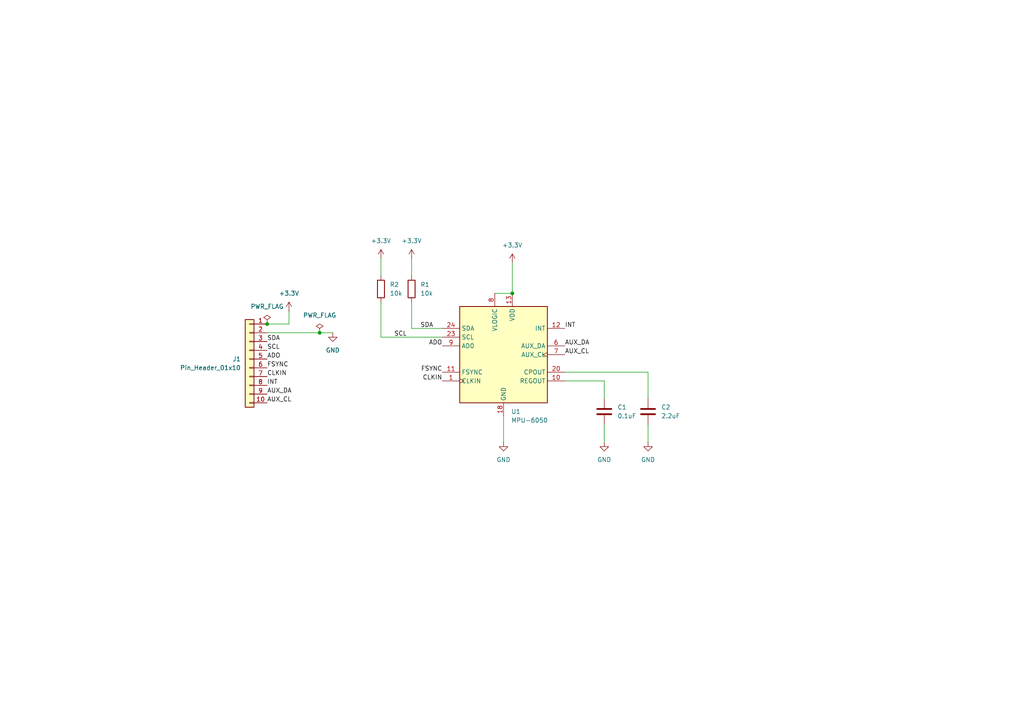
<source format=kicad_sch>
(kicad_sch (version 20231120) (generator "eeschema") (generator_version "8.0")
  (paper "A4")
  (lib_symbols
    (symbol "Capacitor:C_0.1uF_Unpolarized" (pin_numbers hide) (pin_names (offset 0.254))
      (property "Reference" "C" (at 0.635 2.54 0))
      (property "Value" "0.1uF" (at 0.635 -2.54 0))
      (symbol "C_0.1uF_Unpolarized_0_1"
        (polyline (pts (xy -2.032 -0.762) (xy 2.032 -0.762)) (stroke (width 0.508)))
        (polyline (pts (xy -2.032 0.762) (xy 2.032 0.762)) (stroke (width 0.508)))
      )
      (symbol "C_0.1uF_Unpolarized_1_1"
        (pin passive line (at 0 3.81 270) (length 2.794) (name "~") (number "1"))
        (pin passive line (at 0 -3.81 90) (length 2.794) (name "~") (number "2"))
      )
    )
    (symbol "Capacitor:C_2.2uF_Unpolarized" (pin_numbers hide) (pin_names (offset 0.254))
      (property "Reference" "C" (at 0.635 2.54 0))
      (property "Value" "2.2uF" (at 0.635 -2.54 0))
      (symbol "C_2.2uF_Unpolarized_0_1"
        (polyline (pts (xy -2.032 -0.762) (xy 2.032 -0.762)) (stroke (width 0.508)))
        (polyline (pts (xy -2.032 0.762) (xy 2.032 0.762)) (stroke (width 0.508)))
      )
      (symbol "C_2.2uF_Unpolarized_1_1"
        (pin passive line (at 0 3.81 270) (length 2.794) (name "~") (number "1"))
        (pin passive line (at 0 -3.81 90) (length 2.794) (name "~") (number "2"))
      )
    )
    (symbol "MPU6050_symbol:MPU-6050"
      (property "Reference" "U" (at -11.43 13.97 0))
      (property "Value" "MPU-6050" (at 7.62 -15.24 0))
      (symbol "MPU-6050_0_0"
        (text "" (at 12.7 -2.54 0) (effects (font (size 1.27 1.27))))
      )
      (symbol "MPU-6050_0_1"
        (rectangle (start -12.7 13.97) (end 12.7 -13.97) (stroke (width 0.254)) (fill (type background)))
      )
      (symbol "MPU-6050_1_1"
        (pin input clock (at -17.78 -7.62 0) (length 5.08) (name "CLKIN") (number "1"))
        (pin passive line (at 17.78 -7.62 180) (length 5.08) (name "REGOUT") (number "10"))
        (pin input line (at -17.78 -5.08 0) (length 5.08) (name "FSYNC") (number "11"))
        (pin output line (at 17.78 7.62 180) (length 5.08) (name "INT") (number "12"))
        (pin power_in line (at 2.54 17.78 270) (length 3.81) (name "VDD") (number "13"))
        (pin no_connect line (at -12.7 -10.16 0) (length 2.54) hide (name "NC") (number "14"))
        (pin no_connect line (at 12.7 12.7 180) (length 2.54) hide (name "NC") (number "15"))
        (pin no_connect line (at 12.7 10.16 180) (length 2.54) hide (name "NC") (number "16"))
        (pin no_connect line (at 12.7 5.08 180) (length 2.54) hide (name "NC") (number "17"))
        (pin power_in line (at 0 -17.78 90) (length 3.81) (name "GND") (number "18"))
        (pin no_connect line (at 12.7 -10.16 180) (length 2.54) hide (name "RESV") (number "19"))
        (pin no_connect line (at -12.7 12.7 0) (length 2.54) hide (name "NC") (number "2"))
        (pin passive line (at 17.78 -5.08 180) (length 5.08) (name "CPOUT") (number "20"))
        (pin no_connect line (at 12.7 -2.54 180) (length 2.54) hide (name "RESV") (number "21"))
        (pin no_connect line (at 12.7 -12.7 180) (length 2.54) hide (name "RESV") (number "22"))
        (pin input line (at -17.78 5.08 0) (length 5.08) (name "SCL") (number "23"))
        (pin bidirectional line (at -17.78 7.62 0) (length 5.08) (name "SDA") (number "24"))
        (pin no_connect line (at -12.7 10.16 0) (length 2.54) hide (name "NC") (number "3"))
        (pin no_connect line (at -12.7 0 0) (length 2.54) hide (name "NC") (number "4"))
        (pin no_connect line (at -12.7 -2.54 0) (length 2.54) hide (name "NC") (number "5"))
        (pin bidirectional line (at 17.78 2.54 180) (length 5.08) (name "AUX_DA") (number "6"))
        (pin output clock (at 17.78 0 180) (length 5.08) (name "AUX_CL") (number "7"))
        (pin power_in line (at -2.54 17.78 270) (length 3.81) (name "VLOGIC") (number "8"))
        (pin input line (at -17.78 2.54 0) (length 5.08) (name "AD0") (number "9"))
      )
    )
    (symbol "Pin_Header_1x10:Pin_Header_01x10" (pin_names (offset 1.016) hide)
      (property "Reference" "J" (at 0 12.7 0))
      (property "Value" "Pin_Header_01x10" (at 0 -15.24 0))
      (symbol "Pin_Header_01x10_1_1"
        (rectangle (start -1.27 -12.573) (end 0 -12.827) (stroke (width 0.1524)))
        (rectangle (start -1.27 -10.033) (end 0 -10.287) (stroke (width 0.1524)))
        (rectangle (start -1.27 -7.493) (end 0 -7.747) (stroke (width 0.1524)))
        (rectangle (start -1.27 -4.953) (end 0 -5.207) (stroke (width 0.1524)))
        (rectangle (start -1.27 -2.413) (end 0 -2.667) (stroke (width 0.1524)))
        (rectangle (start -1.27 0.127) (end 0 -0.127) (stroke (width 0.1524)))
        (rectangle (start -1.27 2.667) (end 0 2.413) (stroke (width 0.1524)))
        (rectangle (start -1.27 5.207) (end 0 4.953) (stroke (width 0.1524)))
        (rectangle (start -1.27 7.747) (end 0 7.493) (stroke (width 0.1524)))
        (rectangle (start -1.27 10.287) (end 0 10.033) (stroke (width 0.1524)))
        (rectangle (start -1.27 11.43) (end 1.27 -13.97) (stroke (width 0.254)) (fill (type background)))
        (pin passive line (at -5.08 10.16 0) (length 3.81) (name "Pin_1") (number "1"))
        (pin passive line (at -5.08 -12.7 0) (length 3.81) (name "Pin_10") (number "10"))
        (pin passive line (at -5.08 7.62 0) (length 3.81) (name "Pin_2") (number "2"))
        (pin passive line (at -5.08 5.08 0) (length 3.81) (name "Pin_3") (number "3"))
        (pin passive line (at -5.08 2.54 0) (length 3.81) (name "Pin_4") (number "4"))
        (pin passive line (at -5.08 0 0) (length 3.81) (name "Pin_5") (number "5"))
        (pin passive line (at -5.08 -2.54 0) (length 3.81) (name "Pin_6") (number "6"))
        (pin passive line (at -5.08 -5.08 0) (length 3.81) (name "Pin_7") (number "7"))
        (pin passive line (at -5.08 -7.62 0) (length 3.81) (name "Pin_8") (number "8"))
        (pin passive line (at -5.08 -10.16 0) (length 3.81) (name "Pin_9") (number "9"))
      )
    )
    (symbol "Resistor:R_10k" (pin_numbers hide) (pin_names (offset 0))
      (property "Reference" "R" (at 2.032 0 90))
      (property "Value" "10k" (at 0 0 90))
      (symbol "R_10k_0_1"
        (rectangle (start -1.016 -2.54) (end 1.016 2.54) (stroke (width 0.254)))
      )
      (symbol "R_10k_1_1"
        (pin passive line (at 0 3.81 270) (length 1.27) (name "~") (number "1"))
        (pin passive line (at 0 -3.81 90) (length 1.27) (name "~") (number "2"))
      )
    )
    (symbol "power:+3.3V" (power) (pin_numbers hide) (pin_names (offset 0) hide)
      (property "Value" "+3.3V" (at 0 3.556 0))
      (symbol "+3.3V_0_1"
        (polyline (pts (xy -0.762 1.27) (xy 0 2.54)))
        (polyline (pts (xy 0 0) (xy 0 2.54)))
        (polyline (pts (xy 0 2.54) (xy 0.762 1.27)))
      )
      (symbol "+3.3V_1_1"
        (pin power_in line (at 0 0 90) (length 0) (name "~") (number "1"))
      )
    )
    (symbol "power:GND" (power) (pin_numbers hide) (pin_names (offset 0) hide)
      (property "Value" "GND" (at 0 -3.81 0))
      (symbol "GND_0_1"
        (polyline (pts (xy 0 0) (xy 0 -1.27) (xy 1.27 -1.27) (xy 0 -2.54) (xy -1.27 -1.27) (xy 0 -1.27)))
      )
      (symbol "GND_1_1"
        (pin power_in line (at 0 0 270) (length 0) (name "~") (number "1"))
      )
    )
    (symbol "power:PWR_FLAG" (power) (pin_numbers hide) (pin_names (offset 0) hide)
      (property "Value" "PWR_FLAG" (at 0 3.81 0))
      (symbol "PWR_FLAG_0_0"
        (pin power_out line (at 0 0 90) (length 0) (name "~") (number "1"))
      )
      (symbol "PWR_FLAG_0_1"
        (polyline (pts (xy 0 0) (xy 0 1.27) (xy -1.016 1.905) (xy 0 2.54) (xy 1.016 1.905) (xy 0 1.27)))
      )
    )
  )
  (junction (at 148.59 85.09))
  (junction (at 92.71 96.52))
  (junction (at 77.47 93.98))
  (wire (pts (xy 187.96 115.57) (xy 187.96 107.95)))
  (wire (pts (xy 119.38 87.63) (xy 119.38 95.25)))
  (wire (pts (xy 92.71 96.52) (xy 96.52 96.52)))
  (wire (pts (xy 143.51 85.09) (xy 148.59 85.09)))
  (wire (pts (xy 77.47 96.52) (xy 92.71 96.52)))
  (wire (pts (xy 175.26 123.19) (xy 175.26 128.27)))
  (wire (pts (xy 187.96 107.95) (xy 163.83 107.95)))
  (wire (pts (xy 110.49 97.79) (xy 128.27 97.79)))
  (wire (pts (xy 119.38 95.25) (xy 128.27 95.25)))
  (wire (pts (xy 187.96 123.19) (xy 187.96 128.27)))
  (wire (pts (xy 83.82 90.17) (xy 83.82 93.98)))
  (wire (pts (xy 175.26 110.49) (xy 175.26 115.57)))
  (wire (pts (xy 163.83 110.49) (xy 175.26 110.49)))
  (wire (pts (xy 110.49 87.63) (xy 110.49 97.79)))
  (wire (pts (xy 110.49 74.93) (xy 110.49 80.01)))
  (wire (pts (xy 148.59 76.2) (xy 148.59 85.09)))
  (wire (pts (xy 119.38 74.93) (xy 119.38 80.01)))
  (wire (pts (xy 83.82 93.98) (xy 77.47 93.98)))
  (wire (pts (xy 146.05 120.65) (xy 146.05 128.27)))
  (label "INT" (at 77.47 111.76 0))
  (label "CLKIN" (at 77.47 109.22 0))
  (label "FSYNC" (at 77.47 106.68 0))
  (label "SCL" (at 114.3 97.79 0))
  (label "FSYNC" (at 128.27 107.95 180))
  (label "ADO" (at 77.47 104.14 0))
  (label "SDA" (at 121.92 95.25 0))
  (label "AUX_DA" (at 163.83 100.33 0))
  (label "SDA" (at 77.47 99.06 0))
  (label "SCL" (at 77.47 101.6 0))
  (label "AUX_DA" (at 77.47 114.3 0))
  (label "AUX_CL" (at 77.47 116.84 0))
  (label "AUX_CL" (at 163.83 102.87 0))
  (label "ADO" (at 128.27 100.33 180))
  (label "CLKIN" (at 128.27 110.49 180))
  (label "INT" (at 163.83 95.25 0))
  (symbol (lib_id "power:GND") (at 96.52 96.52 0) (unit 1)
    (property "Reference" "#PWR05" (effects (hide yes)))
    (property "Value" "GND" (at 96.52 101.6 0))
    (property "Description" "Power symbol creates a global label with name \"GND\" , ground" (effects (hide yes)))
  )
  (symbol (lib_id "Capacitor:C_2.2uF_Unpolarized") (at 187.96 119.38 0) (unit 1)
    (property "Reference" "C2" (at 191.77 118.1099 0) (effects (justify left)))
    (property "Value" "2.2uF" (at 191.77 120.6499 0) (effects (justify left)))
    (property "Footprint" "Capacitor_footprints:C_0603_1608Metric" (effects (hide yes)))
    (property "Description" "Unpolarized capacitor for Workshop" (effects (hide yes)))
  )
  (symbol (lib_id "power:GND") (at 187.96 128.27 0) (unit 1)
    (property "Reference" "#PWR03" (effects (hide yes)))
    (property "Value" "GND" (at 187.96 133.35 0))
    (property "Description" "Power symbol creates a global label with name \"GND\" , ground" (effects (hide yes)))
  )
  (symbol (lib_id "Resistor:R_10k") (at 110.49 83.82 0) (unit 1)
    (property "Reference" "R2" (at 113.03 82.5499 0) (effects (justify left)))
    (property "Value" "10k" (at 113.03 85.0899 0) (effects (justify left)))
    (property "Footprint" "Resistor_footprints:R_0603_1608Metric" (effects (hide yes)))
    (property "Description" "Resistor 10k for Workshop" (effects (hide yes)))
  )
  (symbol (lib_id "power:+3.3V") (at 83.82 90.17 0) (unit 1)
    (property "Reference" "#PWR06" (effects (hide yes)))
    (property "Value" "+3.3V" (at 83.82 85.09 0))
    (property "Description" "Power symbol creates a global label with name \"+3.3V\"" (effects (hide yes)))
  )
  (symbol (lib_id "power:+3.3V") (at 119.38 74.93 0) (unit 1)
    (property "Reference" "#PWR07" (effects (hide yes)))
    (property "Value" "+3.3V" (at 119.38 69.85 0))
    (property "Description" "Power symbol creates a global label with name \"+3.3V\"" (effects (hide yes)))
  )
  (symbol (lib_id "power:GND") (at 175.26 128.27 0) (unit 1)
    (property "Reference" "#PWR04" (effects (hide yes)))
    (property "Value" "GND" (at 175.26 133.35 0))
    (property "Description" "Power symbol creates a global label with name \"GND\" , ground" (effects (hide yes)))
  )
  (symbol (lib_id "Resistor:R_10k") (at 119.38 83.82 0) (unit 1)
    (property "Reference" "R1" (at 121.92 82.5499 0) (effects (justify left)))
    (property "Value" "10k" (at 121.92 85.0899 0) (effects (justify left)))
    (property "Footprint" "Resistor_footprints:R_0603_1608Metric" (effects (hide yes)))
    (property "Description" "Resistor 10k for Workshop" (effects (hide yes)))
  )
  (symbol (lib_id "power:+3.3V") (at 110.49 74.93 0) (unit 1)
    (property "Reference" "#PWR02" (effects (hide yes)))
    (property "Value" "+3.3V" (at 110.49 69.85 0))
    (property "Description" "Power symbol creates a global label with name \"+3.3V\"" (effects (hide yes)))
  )
  (symbol (lib_id "power:PWR_FLAG") (at 77.47 93.98 0) (unit 1)
    (property "Reference" "#FLG01" (effects (hide yes)))
    (property "Value" "PWR_FLAG" (at 77.47 88.9 0))
    (property "Description" "Special symbol for telling ERC where power comes from" (effects (hide yes)))
  )
  (symbol (lib_id "power:PWR_FLAG") (at 92.71 96.52 0) (unit 1)
    (property "Reference" "#FLG02" (effects (hide yes)))
    (property "Value" "PWR_FLAG" (at 92.71 91.44 0))
    (property "Description" "Special symbol for telling ERC where power comes from" (effects (hide yes)))
  )
  (symbol (lib_id "Pin_Header_1x10:Pin_Header_01x10") (at 72.39 104.14 0) (mirror y) (unit 1)
    (property "Reference" "J1" (at 69.85 104.1399 0) (effects (justify left)))
    (property "Value" "Pin_Header_01x10" (at 69.85 106.6799 0) (effects (justify left)))
    (property "Footprint" "PinHeader_footprints:PinHeader_1x10_P2.54mm_Vertical" (effects (hide yes)))
    (property "Description" "Example Pin Header for KiCad Workshop" (effects (hide yes)))
  )
  (symbol (lib_id "Capacitor:C_0.1uF_Unpolarized") (at 175.26 119.38 0) (unit 1)
    (property "Reference" "C1" (at 179.07 118.1099 0) (effects (justify left)))
    (property "Value" "0.1uF" (at 179.07 120.6499 0) (effects (justify left)))
    (property "Footprint" "Capacitor_footprints:C_0603_1608Metric" (effects (hide yes)))
    (property "Description" "Unpolarized capacitor for Workshop" (effects (hide yes)))
  )
  (symbol (lib_id "power:+3.3V") (at 148.59 76.2 0) (unit 1)
    (property "Reference" "#PWR01" (effects (hide yes)))
    (property "Value" "+3.3V" (at 148.59 71.12 0))
    (property "Description" "Power symbol creates a global label with name \"+3.3V\"" (effects (hide yes)))
  )
  (symbol (lib_id "power:GND") (at 146.05 128.27 0) (unit 1)
    (property "Reference" "#PWR08" (effects (hide yes)))
    (property "Value" "GND" (at 146.05 133.35 0))
    (property "Description" "Power symbol creates a global label with name \"GND\" , ground" (effects (hide yes)))
  )
  (symbol (lib_id "MPU6050_symbol:MPU-6050") (at 146.05 102.87 0) (unit 1)
    (property "Reference" "U1" (at 148.2441 119.38 0) (effects (justify left)))
    (property "Value" "MPU-6050" (at 148.2441 121.92 0) (effects (justify left)))
    (property "Footprint" "MPU6050_footprint:InvenSense_QFN-24_4x4mm_P0.5mm" (effects (hide yes)))
    (property "Datasheet" "https://invensense.tdk.com/wp-content/uploads/2015/02/MPU-6000-Datasheet1.pdf" (effects (hide yes)))
    (property "Description" "InvenSense 6-Axis Motion Sensor, Gyroscope, Accelerometer, I2C" (effects (hide yes)))
  )
)
</source>
